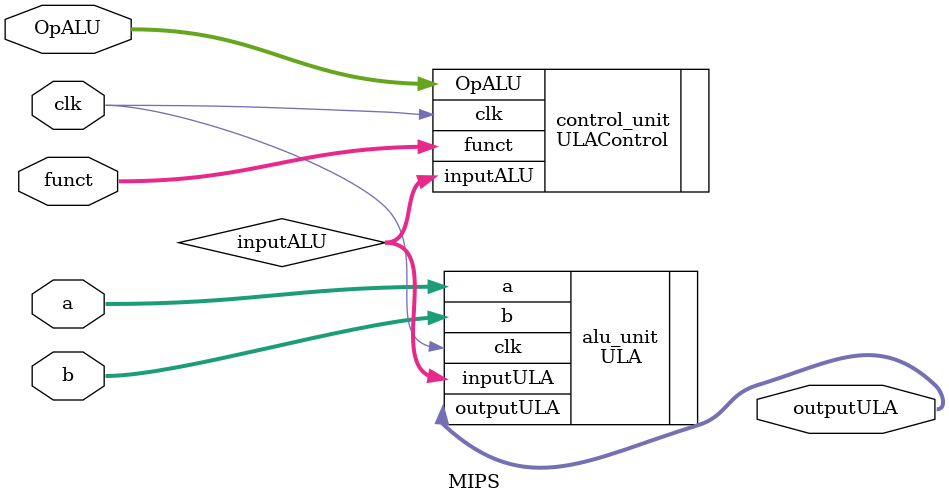
<source format=v>
module MIPS(
    input             clk,
    input      [0:1]  OpALU,
    input      [0:5]  funct,
    input      [0:31] a,
    input      [0:31] b,
    output     [0:31] outputULA
);

    
    wire [0:3] inputALU;

    
    ULAControl control_unit (
        .clk(clk),         
        .OpALU(OpALU),     
        .funct(funct),     
        .inputALU(inputALU)
    );

    
    ULA alu_unit (
        .clk(clk),          
        .inputULA(inputALU), 
        .a(a),              
        .b(b),              
        .outputULA(outputULA) 
    );

endmodule

</source>
